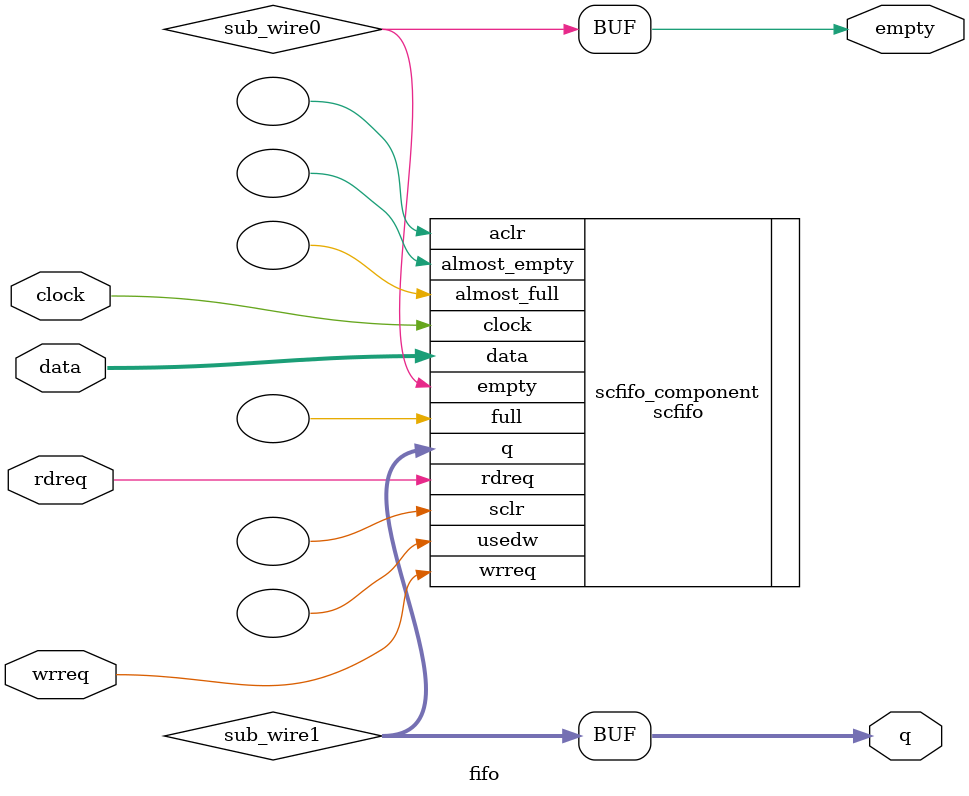
<source format=v>
module fifo (
	clock,
	data,
	rdreq,
	wrreq,
	empty,
	q);
	input	  clock;
	input	[7:0]  data;
	input	  rdreq;
	input	  wrreq;
	output	  empty;
	output	[7:0]  q;
	wire  sub_wire0;
	wire [7:0] sub_wire1;
	wire  empty = sub_wire0;
	wire [7:0] q = sub_wire1[7:0];
	scfifo	scfifo_component (
				.clock (clock),
				.data (data),
				.rdreq (rdreq),
				.wrreq (wrreq),
				.empty (sub_wire0),
				.q (sub_wire1),
				.aclr (),
				.almost_empty (),
				.almost_full (),
				.full (),
				.sclr (),
				.usedw ());
	defparam
		scfifo_component.add_ram_output_register = "OFF",
		scfifo_component.intended_device_family = "Cyclone III",
		scfifo_component.lpm_numwords = 16,
		scfifo_component.lpm_showahead = "OFF",
		scfifo_component.lpm_type = "scfifo",
		scfifo_component.lpm_width = 8,
		scfifo_component.lpm_widthu = 4,
		scfifo_component.overflow_checking = "ON",
		scfifo_component.underflow_checking = "OFF",
		scfifo_component.use_eab = "ON";
endmodule
</source>
